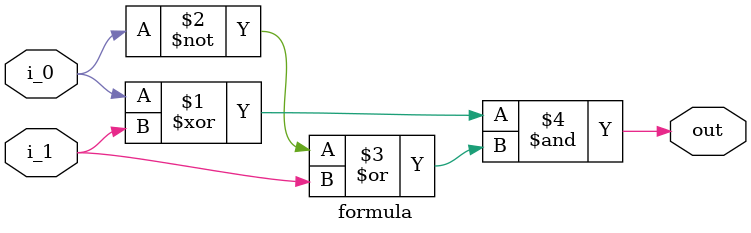
<source format=v>
module formula(i_0,i_1,out);
	input i_0 ,i_1;

	output out;
	assign out = (i_0 ^ i_1) & (~i_0 | i_1);
endmodule

</source>
